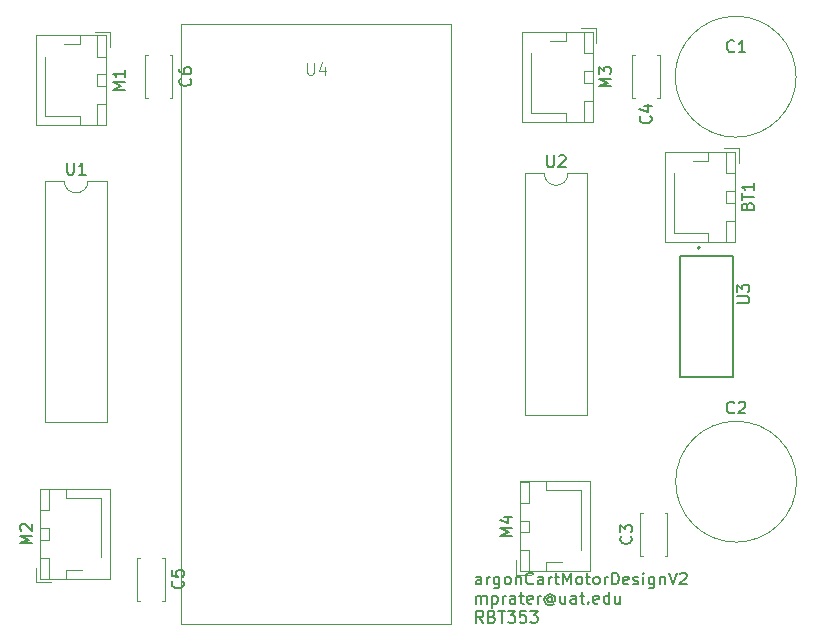
<source format=gbr>
%TF.GenerationSoftware,KiCad,Pcbnew,7.0.2*%
%TF.CreationDate,2024-06-06T15:53:54-07:00*%
%TF.ProjectId,argonCartMotorDesignV2,6172676f-6e43-4617-9274-4d6f746f7244,rev?*%
%TF.SameCoordinates,Original*%
%TF.FileFunction,Legend,Top*%
%TF.FilePolarity,Positive*%
%FSLAX46Y46*%
G04 Gerber Fmt 4.6, Leading zero omitted, Abs format (unit mm)*
G04 Created by KiCad (PCBNEW 7.0.2) date 2024-06-06 15:53:54*
%MOMM*%
%LPD*%
G01*
G04 APERTURE LIST*
%ADD10C,0.150000*%
%ADD11C,0.100000*%
%ADD12C,0.120000*%
%ADD13C,0.127000*%
%ADD14C,0.200000*%
G04 APERTURE END LIST*
D10*
X121316666Y-104587619D02*
X121316666Y-104063809D01*
X121316666Y-104063809D02*
X121269047Y-103968571D01*
X121269047Y-103968571D02*
X121173809Y-103920952D01*
X121173809Y-103920952D02*
X120983333Y-103920952D01*
X120983333Y-103920952D02*
X120888095Y-103968571D01*
X121316666Y-104540000D02*
X121221428Y-104587619D01*
X121221428Y-104587619D02*
X120983333Y-104587619D01*
X120983333Y-104587619D02*
X120888095Y-104540000D01*
X120888095Y-104540000D02*
X120840476Y-104444761D01*
X120840476Y-104444761D02*
X120840476Y-104349523D01*
X120840476Y-104349523D02*
X120888095Y-104254285D01*
X120888095Y-104254285D02*
X120983333Y-104206666D01*
X120983333Y-104206666D02*
X121221428Y-104206666D01*
X121221428Y-104206666D02*
X121316666Y-104159047D01*
X121792857Y-104587619D02*
X121792857Y-103920952D01*
X121792857Y-104111428D02*
X121840476Y-104016190D01*
X121840476Y-104016190D02*
X121888095Y-103968571D01*
X121888095Y-103968571D02*
X121983333Y-103920952D01*
X121983333Y-103920952D02*
X122078571Y-103920952D01*
X122840476Y-103920952D02*
X122840476Y-104730476D01*
X122840476Y-104730476D02*
X122792857Y-104825714D01*
X122792857Y-104825714D02*
X122745238Y-104873333D01*
X122745238Y-104873333D02*
X122650000Y-104920952D01*
X122650000Y-104920952D02*
X122507143Y-104920952D01*
X122507143Y-104920952D02*
X122411905Y-104873333D01*
X122840476Y-104540000D02*
X122745238Y-104587619D01*
X122745238Y-104587619D02*
X122554762Y-104587619D01*
X122554762Y-104587619D02*
X122459524Y-104540000D01*
X122459524Y-104540000D02*
X122411905Y-104492380D01*
X122411905Y-104492380D02*
X122364286Y-104397142D01*
X122364286Y-104397142D02*
X122364286Y-104111428D01*
X122364286Y-104111428D02*
X122411905Y-104016190D01*
X122411905Y-104016190D02*
X122459524Y-103968571D01*
X122459524Y-103968571D02*
X122554762Y-103920952D01*
X122554762Y-103920952D02*
X122745238Y-103920952D01*
X122745238Y-103920952D02*
X122840476Y-103968571D01*
X123459524Y-104587619D02*
X123364286Y-104540000D01*
X123364286Y-104540000D02*
X123316667Y-104492380D01*
X123316667Y-104492380D02*
X123269048Y-104397142D01*
X123269048Y-104397142D02*
X123269048Y-104111428D01*
X123269048Y-104111428D02*
X123316667Y-104016190D01*
X123316667Y-104016190D02*
X123364286Y-103968571D01*
X123364286Y-103968571D02*
X123459524Y-103920952D01*
X123459524Y-103920952D02*
X123602381Y-103920952D01*
X123602381Y-103920952D02*
X123697619Y-103968571D01*
X123697619Y-103968571D02*
X123745238Y-104016190D01*
X123745238Y-104016190D02*
X123792857Y-104111428D01*
X123792857Y-104111428D02*
X123792857Y-104397142D01*
X123792857Y-104397142D02*
X123745238Y-104492380D01*
X123745238Y-104492380D02*
X123697619Y-104540000D01*
X123697619Y-104540000D02*
X123602381Y-104587619D01*
X123602381Y-104587619D02*
X123459524Y-104587619D01*
X124221429Y-103920952D02*
X124221429Y-104587619D01*
X124221429Y-104016190D02*
X124269048Y-103968571D01*
X124269048Y-103968571D02*
X124364286Y-103920952D01*
X124364286Y-103920952D02*
X124507143Y-103920952D01*
X124507143Y-103920952D02*
X124602381Y-103968571D01*
X124602381Y-103968571D02*
X124650000Y-104063809D01*
X124650000Y-104063809D02*
X124650000Y-104587619D01*
X125697619Y-104492380D02*
X125650000Y-104540000D01*
X125650000Y-104540000D02*
X125507143Y-104587619D01*
X125507143Y-104587619D02*
X125411905Y-104587619D01*
X125411905Y-104587619D02*
X125269048Y-104540000D01*
X125269048Y-104540000D02*
X125173810Y-104444761D01*
X125173810Y-104444761D02*
X125126191Y-104349523D01*
X125126191Y-104349523D02*
X125078572Y-104159047D01*
X125078572Y-104159047D02*
X125078572Y-104016190D01*
X125078572Y-104016190D02*
X125126191Y-103825714D01*
X125126191Y-103825714D02*
X125173810Y-103730476D01*
X125173810Y-103730476D02*
X125269048Y-103635238D01*
X125269048Y-103635238D02*
X125411905Y-103587619D01*
X125411905Y-103587619D02*
X125507143Y-103587619D01*
X125507143Y-103587619D02*
X125650000Y-103635238D01*
X125650000Y-103635238D02*
X125697619Y-103682857D01*
X126554762Y-104587619D02*
X126554762Y-104063809D01*
X126554762Y-104063809D02*
X126507143Y-103968571D01*
X126507143Y-103968571D02*
X126411905Y-103920952D01*
X126411905Y-103920952D02*
X126221429Y-103920952D01*
X126221429Y-103920952D02*
X126126191Y-103968571D01*
X126554762Y-104540000D02*
X126459524Y-104587619D01*
X126459524Y-104587619D02*
X126221429Y-104587619D01*
X126221429Y-104587619D02*
X126126191Y-104540000D01*
X126126191Y-104540000D02*
X126078572Y-104444761D01*
X126078572Y-104444761D02*
X126078572Y-104349523D01*
X126078572Y-104349523D02*
X126126191Y-104254285D01*
X126126191Y-104254285D02*
X126221429Y-104206666D01*
X126221429Y-104206666D02*
X126459524Y-104206666D01*
X126459524Y-104206666D02*
X126554762Y-104159047D01*
X127030953Y-104587619D02*
X127030953Y-103920952D01*
X127030953Y-104111428D02*
X127078572Y-104016190D01*
X127078572Y-104016190D02*
X127126191Y-103968571D01*
X127126191Y-103968571D02*
X127221429Y-103920952D01*
X127221429Y-103920952D02*
X127316667Y-103920952D01*
X127507144Y-103920952D02*
X127888096Y-103920952D01*
X127650001Y-103587619D02*
X127650001Y-104444761D01*
X127650001Y-104444761D02*
X127697620Y-104540000D01*
X127697620Y-104540000D02*
X127792858Y-104587619D01*
X127792858Y-104587619D02*
X127888096Y-104587619D01*
X128221430Y-104587619D02*
X128221430Y-103587619D01*
X128221430Y-103587619D02*
X128554763Y-104301904D01*
X128554763Y-104301904D02*
X128888096Y-103587619D01*
X128888096Y-103587619D02*
X128888096Y-104587619D01*
X129507144Y-104587619D02*
X129411906Y-104540000D01*
X129411906Y-104540000D02*
X129364287Y-104492380D01*
X129364287Y-104492380D02*
X129316668Y-104397142D01*
X129316668Y-104397142D02*
X129316668Y-104111428D01*
X129316668Y-104111428D02*
X129364287Y-104016190D01*
X129364287Y-104016190D02*
X129411906Y-103968571D01*
X129411906Y-103968571D02*
X129507144Y-103920952D01*
X129507144Y-103920952D02*
X129650001Y-103920952D01*
X129650001Y-103920952D02*
X129745239Y-103968571D01*
X129745239Y-103968571D02*
X129792858Y-104016190D01*
X129792858Y-104016190D02*
X129840477Y-104111428D01*
X129840477Y-104111428D02*
X129840477Y-104397142D01*
X129840477Y-104397142D02*
X129792858Y-104492380D01*
X129792858Y-104492380D02*
X129745239Y-104540000D01*
X129745239Y-104540000D02*
X129650001Y-104587619D01*
X129650001Y-104587619D02*
X129507144Y-104587619D01*
X130126192Y-103920952D02*
X130507144Y-103920952D01*
X130269049Y-103587619D02*
X130269049Y-104444761D01*
X130269049Y-104444761D02*
X130316668Y-104540000D01*
X130316668Y-104540000D02*
X130411906Y-104587619D01*
X130411906Y-104587619D02*
X130507144Y-104587619D01*
X130983335Y-104587619D02*
X130888097Y-104540000D01*
X130888097Y-104540000D02*
X130840478Y-104492380D01*
X130840478Y-104492380D02*
X130792859Y-104397142D01*
X130792859Y-104397142D02*
X130792859Y-104111428D01*
X130792859Y-104111428D02*
X130840478Y-104016190D01*
X130840478Y-104016190D02*
X130888097Y-103968571D01*
X130888097Y-103968571D02*
X130983335Y-103920952D01*
X130983335Y-103920952D02*
X131126192Y-103920952D01*
X131126192Y-103920952D02*
X131221430Y-103968571D01*
X131221430Y-103968571D02*
X131269049Y-104016190D01*
X131269049Y-104016190D02*
X131316668Y-104111428D01*
X131316668Y-104111428D02*
X131316668Y-104397142D01*
X131316668Y-104397142D02*
X131269049Y-104492380D01*
X131269049Y-104492380D02*
X131221430Y-104540000D01*
X131221430Y-104540000D02*
X131126192Y-104587619D01*
X131126192Y-104587619D02*
X130983335Y-104587619D01*
X131745240Y-104587619D02*
X131745240Y-103920952D01*
X131745240Y-104111428D02*
X131792859Y-104016190D01*
X131792859Y-104016190D02*
X131840478Y-103968571D01*
X131840478Y-103968571D02*
X131935716Y-103920952D01*
X131935716Y-103920952D02*
X132030954Y-103920952D01*
X132364288Y-104587619D02*
X132364288Y-103587619D01*
X132364288Y-103587619D02*
X132602383Y-103587619D01*
X132602383Y-103587619D02*
X132745240Y-103635238D01*
X132745240Y-103635238D02*
X132840478Y-103730476D01*
X132840478Y-103730476D02*
X132888097Y-103825714D01*
X132888097Y-103825714D02*
X132935716Y-104016190D01*
X132935716Y-104016190D02*
X132935716Y-104159047D01*
X132935716Y-104159047D02*
X132888097Y-104349523D01*
X132888097Y-104349523D02*
X132840478Y-104444761D01*
X132840478Y-104444761D02*
X132745240Y-104540000D01*
X132745240Y-104540000D02*
X132602383Y-104587619D01*
X132602383Y-104587619D02*
X132364288Y-104587619D01*
X133745240Y-104540000D02*
X133650002Y-104587619D01*
X133650002Y-104587619D02*
X133459526Y-104587619D01*
X133459526Y-104587619D02*
X133364288Y-104540000D01*
X133364288Y-104540000D02*
X133316669Y-104444761D01*
X133316669Y-104444761D02*
X133316669Y-104063809D01*
X133316669Y-104063809D02*
X133364288Y-103968571D01*
X133364288Y-103968571D02*
X133459526Y-103920952D01*
X133459526Y-103920952D02*
X133650002Y-103920952D01*
X133650002Y-103920952D02*
X133745240Y-103968571D01*
X133745240Y-103968571D02*
X133792859Y-104063809D01*
X133792859Y-104063809D02*
X133792859Y-104159047D01*
X133792859Y-104159047D02*
X133316669Y-104254285D01*
X134173812Y-104540000D02*
X134269050Y-104587619D01*
X134269050Y-104587619D02*
X134459526Y-104587619D01*
X134459526Y-104587619D02*
X134554764Y-104540000D01*
X134554764Y-104540000D02*
X134602383Y-104444761D01*
X134602383Y-104444761D02*
X134602383Y-104397142D01*
X134602383Y-104397142D02*
X134554764Y-104301904D01*
X134554764Y-104301904D02*
X134459526Y-104254285D01*
X134459526Y-104254285D02*
X134316669Y-104254285D01*
X134316669Y-104254285D02*
X134221431Y-104206666D01*
X134221431Y-104206666D02*
X134173812Y-104111428D01*
X134173812Y-104111428D02*
X134173812Y-104063809D01*
X134173812Y-104063809D02*
X134221431Y-103968571D01*
X134221431Y-103968571D02*
X134316669Y-103920952D01*
X134316669Y-103920952D02*
X134459526Y-103920952D01*
X134459526Y-103920952D02*
X134554764Y-103968571D01*
X135030955Y-104587619D02*
X135030955Y-103920952D01*
X135030955Y-103587619D02*
X134983336Y-103635238D01*
X134983336Y-103635238D02*
X135030955Y-103682857D01*
X135030955Y-103682857D02*
X135078574Y-103635238D01*
X135078574Y-103635238D02*
X135030955Y-103587619D01*
X135030955Y-103587619D02*
X135030955Y-103682857D01*
X135935716Y-103920952D02*
X135935716Y-104730476D01*
X135935716Y-104730476D02*
X135888097Y-104825714D01*
X135888097Y-104825714D02*
X135840478Y-104873333D01*
X135840478Y-104873333D02*
X135745240Y-104920952D01*
X135745240Y-104920952D02*
X135602383Y-104920952D01*
X135602383Y-104920952D02*
X135507145Y-104873333D01*
X135935716Y-104540000D02*
X135840478Y-104587619D01*
X135840478Y-104587619D02*
X135650002Y-104587619D01*
X135650002Y-104587619D02*
X135554764Y-104540000D01*
X135554764Y-104540000D02*
X135507145Y-104492380D01*
X135507145Y-104492380D02*
X135459526Y-104397142D01*
X135459526Y-104397142D02*
X135459526Y-104111428D01*
X135459526Y-104111428D02*
X135507145Y-104016190D01*
X135507145Y-104016190D02*
X135554764Y-103968571D01*
X135554764Y-103968571D02*
X135650002Y-103920952D01*
X135650002Y-103920952D02*
X135840478Y-103920952D01*
X135840478Y-103920952D02*
X135935716Y-103968571D01*
X136411907Y-103920952D02*
X136411907Y-104587619D01*
X136411907Y-104016190D02*
X136459526Y-103968571D01*
X136459526Y-103968571D02*
X136554764Y-103920952D01*
X136554764Y-103920952D02*
X136697621Y-103920952D01*
X136697621Y-103920952D02*
X136792859Y-103968571D01*
X136792859Y-103968571D02*
X136840478Y-104063809D01*
X136840478Y-104063809D02*
X136840478Y-104587619D01*
X137173812Y-103587619D02*
X137507145Y-104587619D01*
X137507145Y-104587619D02*
X137840478Y-103587619D01*
X138126193Y-103682857D02*
X138173812Y-103635238D01*
X138173812Y-103635238D02*
X138269050Y-103587619D01*
X138269050Y-103587619D02*
X138507145Y-103587619D01*
X138507145Y-103587619D02*
X138602383Y-103635238D01*
X138602383Y-103635238D02*
X138650002Y-103682857D01*
X138650002Y-103682857D02*
X138697621Y-103778095D01*
X138697621Y-103778095D02*
X138697621Y-103873333D01*
X138697621Y-103873333D02*
X138650002Y-104016190D01*
X138650002Y-104016190D02*
X138078574Y-104587619D01*
X138078574Y-104587619D02*
X138697621Y-104587619D01*
X120888095Y-106207619D02*
X120888095Y-105540952D01*
X120888095Y-105636190D02*
X120935714Y-105588571D01*
X120935714Y-105588571D02*
X121030952Y-105540952D01*
X121030952Y-105540952D02*
X121173809Y-105540952D01*
X121173809Y-105540952D02*
X121269047Y-105588571D01*
X121269047Y-105588571D02*
X121316666Y-105683809D01*
X121316666Y-105683809D02*
X121316666Y-106207619D01*
X121316666Y-105683809D02*
X121364285Y-105588571D01*
X121364285Y-105588571D02*
X121459523Y-105540952D01*
X121459523Y-105540952D02*
X121602380Y-105540952D01*
X121602380Y-105540952D02*
X121697619Y-105588571D01*
X121697619Y-105588571D02*
X121745238Y-105683809D01*
X121745238Y-105683809D02*
X121745238Y-106207619D01*
X122221428Y-105540952D02*
X122221428Y-106540952D01*
X122221428Y-105588571D02*
X122316666Y-105540952D01*
X122316666Y-105540952D02*
X122507142Y-105540952D01*
X122507142Y-105540952D02*
X122602380Y-105588571D01*
X122602380Y-105588571D02*
X122649999Y-105636190D01*
X122649999Y-105636190D02*
X122697618Y-105731428D01*
X122697618Y-105731428D02*
X122697618Y-106017142D01*
X122697618Y-106017142D02*
X122649999Y-106112380D01*
X122649999Y-106112380D02*
X122602380Y-106160000D01*
X122602380Y-106160000D02*
X122507142Y-106207619D01*
X122507142Y-106207619D02*
X122316666Y-106207619D01*
X122316666Y-106207619D02*
X122221428Y-106160000D01*
X123126190Y-106207619D02*
X123126190Y-105540952D01*
X123126190Y-105731428D02*
X123173809Y-105636190D01*
X123173809Y-105636190D02*
X123221428Y-105588571D01*
X123221428Y-105588571D02*
X123316666Y-105540952D01*
X123316666Y-105540952D02*
X123411904Y-105540952D01*
X124173809Y-106207619D02*
X124173809Y-105683809D01*
X124173809Y-105683809D02*
X124126190Y-105588571D01*
X124126190Y-105588571D02*
X124030952Y-105540952D01*
X124030952Y-105540952D02*
X123840476Y-105540952D01*
X123840476Y-105540952D02*
X123745238Y-105588571D01*
X124173809Y-106160000D02*
X124078571Y-106207619D01*
X124078571Y-106207619D02*
X123840476Y-106207619D01*
X123840476Y-106207619D02*
X123745238Y-106160000D01*
X123745238Y-106160000D02*
X123697619Y-106064761D01*
X123697619Y-106064761D02*
X123697619Y-105969523D01*
X123697619Y-105969523D02*
X123745238Y-105874285D01*
X123745238Y-105874285D02*
X123840476Y-105826666D01*
X123840476Y-105826666D02*
X124078571Y-105826666D01*
X124078571Y-105826666D02*
X124173809Y-105779047D01*
X124507143Y-105540952D02*
X124888095Y-105540952D01*
X124650000Y-105207619D02*
X124650000Y-106064761D01*
X124650000Y-106064761D02*
X124697619Y-106160000D01*
X124697619Y-106160000D02*
X124792857Y-106207619D01*
X124792857Y-106207619D02*
X124888095Y-106207619D01*
X125602381Y-106160000D02*
X125507143Y-106207619D01*
X125507143Y-106207619D02*
X125316667Y-106207619D01*
X125316667Y-106207619D02*
X125221429Y-106160000D01*
X125221429Y-106160000D02*
X125173810Y-106064761D01*
X125173810Y-106064761D02*
X125173810Y-105683809D01*
X125173810Y-105683809D02*
X125221429Y-105588571D01*
X125221429Y-105588571D02*
X125316667Y-105540952D01*
X125316667Y-105540952D02*
X125507143Y-105540952D01*
X125507143Y-105540952D02*
X125602381Y-105588571D01*
X125602381Y-105588571D02*
X125650000Y-105683809D01*
X125650000Y-105683809D02*
X125650000Y-105779047D01*
X125650000Y-105779047D02*
X125173810Y-105874285D01*
X126078572Y-106207619D02*
X126078572Y-105540952D01*
X126078572Y-105731428D02*
X126126191Y-105636190D01*
X126126191Y-105636190D02*
X126173810Y-105588571D01*
X126173810Y-105588571D02*
X126269048Y-105540952D01*
X126269048Y-105540952D02*
X126364286Y-105540952D01*
X127316667Y-105731428D02*
X127269048Y-105683809D01*
X127269048Y-105683809D02*
X127173810Y-105636190D01*
X127173810Y-105636190D02*
X127078572Y-105636190D01*
X127078572Y-105636190D02*
X126983334Y-105683809D01*
X126983334Y-105683809D02*
X126935715Y-105731428D01*
X126935715Y-105731428D02*
X126888096Y-105826666D01*
X126888096Y-105826666D02*
X126888096Y-105921904D01*
X126888096Y-105921904D02*
X126935715Y-106017142D01*
X126935715Y-106017142D02*
X126983334Y-106064761D01*
X126983334Y-106064761D02*
X127078572Y-106112380D01*
X127078572Y-106112380D02*
X127173810Y-106112380D01*
X127173810Y-106112380D02*
X127269048Y-106064761D01*
X127269048Y-106064761D02*
X127316667Y-106017142D01*
X127316667Y-105636190D02*
X127316667Y-106017142D01*
X127316667Y-106017142D02*
X127364286Y-106064761D01*
X127364286Y-106064761D02*
X127411905Y-106064761D01*
X127411905Y-106064761D02*
X127507144Y-106017142D01*
X127507144Y-106017142D02*
X127554763Y-105921904D01*
X127554763Y-105921904D02*
X127554763Y-105683809D01*
X127554763Y-105683809D02*
X127459525Y-105540952D01*
X127459525Y-105540952D02*
X127316667Y-105445714D01*
X127316667Y-105445714D02*
X127126191Y-105398095D01*
X127126191Y-105398095D02*
X126935715Y-105445714D01*
X126935715Y-105445714D02*
X126792858Y-105540952D01*
X126792858Y-105540952D02*
X126697620Y-105683809D01*
X126697620Y-105683809D02*
X126650001Y-105874285D01*
X126650001Y-105874285D02*
X126697620Y-106064761D01*
X126697620Y-106064761D02*
X126792858Y-106207619D01*
X126792858Y-106207619D02*
X126935715Y-106302857D01*
X126935715Y-106302857D02*
X127126191Y-106350476D01*
X127126191Y-106350476D02*
X127316667Y-106302857D01*
X127316667Y-106302857D02*
X127459525Y-106207619D01*
X128411905Y-105540952D02*
X128411905Y-106207619D01*
X127983334Y-105540952D02*
X127983334Y-106064761D01*
X127983334Y-106064761D02*
X128030953Y-106160000D01*
X128030953Y-106160000D02*
X128126191Y-106207619D01*
X128126191Y-106207619D02*
X128269048Y-106207619D01*
X128269048Y-106207619D02*
X128364286Y-106160000D01*
X128364286Y-106160000D02*
X128411905Y-106112380D01*
X129316667Y-106207619D02*
X129316667Y-105683809D01*
X129316667Y-105683809D02*
X129269048Y-105588571D01*
X129269048Y-105588571D02*
X129173810Y-105540952D01*
X129173810Y-105540952D02*
X128983334Y-105540952D01*
X128983334Y-105540952D02*
X128888096Y-105588571D01*
X129316667Y-106160000D02*
X129221429Y-106207619D01*
X129221429Y-106207619D02*
X128983334Y-106207619D01*
X128983334Y-106207619D02*
X128888096Y-106160000D01*
X128888096Y-106160000D02*
X128840477Y-106064761D01*
X128840477Y-106064761D02*
X128840477Y-105969523D01*
X128840477Y-105969523D02*
X128888096Y-105874285D01*
X128888096Y-105874285D02*
X128983334Y-105826666D01*
X128983334Y-105826666D02*
X129221429Y-105826666D01*
X129221429Y-105826666D02*
X129316667Y-105779047D01*
X129650001Y-105540952D02*
X130030953Y-105540952D01*
X129792858Y-105207619D02*
X129792858Y-106064761D01*
X129792858Y-106064761D02*
X129840477Y-106160000D01*
X129840477Y-106160000D02*
X129935715Y-106207619D01*
X129935715Y-106207619D02*
X130030953Y-106207619D01*
X130364287Y-106112380D02*
X130411906Y-106160000D01*
X130411906Y-106160000D02*
X130364287Y-106207619D01*
X130364287Y-106207619D02*
X130316668Y-106160000D01*
X130316668Y-106160000D02*
X130364287Y-106112380D01*
X130364287Y-106112380D02*
X130364287Y-106207619D01*
X131221429Y-106160000D02*
X131126191Y-106207619D01*
X131126191Y-106207619D02*
X130935715Y-106207619D01*
X130935715Y-106207619D02*
X130840477Y-106160000D01*
X130840477Y-106160000D02*
X130792858Y-106064761D01*
X130792858Y-106064761D02*
X130792858Y-105683809D01*
X130792858Y-105683809D02*
X130840477Y-105588571D01*
X130840477Y-105588571D02*
X130935715Y-105540952D01*
X130935715Y-105540952D02*
X131126191Y-105540952D01*
X131126191Y-105540952D02*
X131221429Y-105588571D01*
X131221429Y-105588571D02*
X131269048Y-105683809D01*
X131269048Y-105683809D02*
X131269048Y-105779047D01*
X131269048Y-105779047D02*
X130792858Y-105874285D01*
X132126191Y-106207619D02*
X132126191Y-105207619D01*
X132126191Y-106160000D02*
X132030953Y-106207619D01*
X132030953Y-106207619D02*
X131840477Y-106207619D01*
X131840477Y-106207619D02*
X131745239Y-106160000D01*
X131745239Y-106160000D02*
X131697620Y-106112380D01*
X131697620Y-106112380D02*
X131650001Y-106017142D01*
X131650001Y-106017142D02*
X131650001Y-105731428D01*
X131650001Y-105731428D02*
X131697620Y-105636190D01*
X131697620Y-105636190D02*
X131745239Y-105588571D01*
X131745239Y-105588571D02*
X131840477Y-105540952D01*
X131840477Y-105540952D02*
X132030953Y-105540952D01*
X132030953Y-105540952D02*
X132126191Y-105588571D01*
X133030953Y-105540952D02*
X133030953Y-106207619D01*
X132602382Y-105540952D02*
X132602382Y-106064761D01*
X132602382Y-106064761D02*
X132650001Y-106160000D01*
X132650001Y-106160000D02*
X132745239Y-106207619D01*
X132745239Y-106207619D02*
X132888096Y-106207619D01*
X132888096Y-106207619D02*
X132983334Y-106160000D01*
X132983334Y-106160000D02*
X133030953Y-106112380D01*
X121459523Y-107827619D02*
X121126190Y-107351428D01*
X120888095Y-107827619D02*
X120888095Y-106827619D01*
X120888095Y-106827619D02*
X121269047Y-106827619D01*
X121269047Y-106827619D02*
X121364285Y-106875238D01*
X121364285Y-106875238D02*
X121411904Y-106922857D01*
X121411904Y-106922857D02*
X121459523Y-107018095D01*
X121459523Y-107018095D02*
X121459523Y-107160952D01*
X121459523Y-107160952D02*
X121411904Y-107256190D01*
X121411904Y-107256190D02*
X121364285Y-107303809D01*
X121364285Y-107303809D02*
X121269047Y-107351428D01*
X121269047Y-107351428D02*
X120888095Y-107351428D01*
X122221428Y-107303809D02*
X122364285Y-107351428D01*
X122364285Y-107351428D02*
X122411904Y-107399047D01*
X122411904Y-107399047D02*
X122459523Y-107494285D01*
X122459523Y-107494285D02*
X122459523Y-107637142D01*
X122459523Y-107637142D02*
X122411904Y-107732380D01*
X122411904Y-107732380D02*
X122364285Y-107780000D01*
X122364285Y-107780000D02*
X122269047Y-107827619D01*
X122269047Y-107827619D02*
X121888095Y-107827619D01*
X121888095Y-107827619D02*
X121888095Y-106827619D01*
X121888095Y-106827619D02*
X122221428Y-106827619D01*
X122221428Y-106827619D02*
X122316666Y-106875238D01*
X122316666Y-106875238D02*
X122364285Y-106922857D01*
X122364285Y-106922857D02*
X122411904Y-107018095D01*
X122411904Y-107018095D02*
X122411904Y-107113333D01*
X122411904Y-107113333D02*
X122364285Y-107208571D01*
X122364285Y-107208571D02*
X122316666Y-107256190D01*
X122316666Y-107256190D02*
X122221428Y-107303809D01*
X122221428Y-107303809D02*
X121888095Y-107303809D01*
X122745238Y-106827619D02*
X123316666Y-106827619D01*
X123030952Y-107827619D02*
X123030952Y-106827619D01*
X123554762Y-106827619D02*
X124173809Y-106827619D01*
X124173809Y-106827619D02*
X123840476Y-107208571D01*
X123840476Y-107208571D02*
X123983333Y-107208571D01*
X123983333Y-107208571D02*
X124078571Y-107256190D01*
X124078571Y-107256190D02*
X124126190Y-107303809D01*
X124126190Y-107303809D02*
X124173809Y-107399047D01*
X124173809Y-107399047D02*
X124173809Y-107637142D01*
X124173809Y-107637142D02*
X124126190Y-107732380D01*
X124126190Y-107732380D02*
X124078571Y-107780000D01*
X124078571Y-107780000D02*
X123983333Y-107827619D01*
X123983333Y-107827619D02*
X123697619Y-107827619D01*
X123697619Y-107827619D02*
X123602381Y-107780000D01*
X123602381Y-107780000D02*
X123554762Y-107732380D01*
X125078571Y-106827619D02*
X124602381Y-106827619D01*
X124602381Y-106827619D02*
X124554762Y-107303809D01*
X124554762Y-107303809D02*
X124602381Y-107256190D01*
X124602381Y-107256190D02*
X124697619Y-107208571D01*
X124697619Y-107208571D02*
X124935714Y-107208571D01*
X124935714Y-107208571D02*
X125030952Y-107256190D01*
X125030952Y-107256190D02*
X125078571Y-107303809D01*
X125078571Y-107303809D02*
X125126190Y-107399047D01*
X125126190Y-107399047D02*
X125126190Y-107637142D01*
X125126190Y-107637142D02*
X125078571Y-107732380D01*
X125078571Y-107732380D02*
X125030952Y-107780000D01*
X125030952Y-107780000D02*
X124935714Y-107827619D01*
X124935714Y-107827619D02*
X124697619Y-107827619D01*
X124697619Y-107827619D02*
X124602381Y-107780000D01*
X124602381Y-107780000D02*
X124554762Y-107732380D01*
X125459524Y-106827619D02*
X126078571Y-106827619D01*
X126078571Y-106827619D02*
X125745238Y-107208571D01*
X125745238Y-107208571D02*
X125888095Y-107208571D01*
X125888095Y-107208571D02*
X125983333Y-107256190D01*
X125983333Y-107256190D02*
X126030952Y-107303809D01*
X126030952Y-107303809D02*
X126078571Y-107399047D01*
X126078571Y-107399047D02*
X126078571Y-107637142D01*
X126078571Y-107637142D02*
X126030952Y-107732380D01*
X126030952Y-107732380D02*
X125983333Y-107780000D01*
X125983333Y-107780000D02*
X125888095Y-107827619D01*
X125888095Y-107827619D02*
X125602381Y-107827619D01*
X125602381Y-107827619D02*
X125507143Y-107780000D01*
X125507143Y-107780000D02*
X125459524Y-107732380D01*
%TO.C,C6*%
X96647380Y-61761666D02*
X96695000Y-61809285D01*
X96695000Y-61809285D02*
X96742619Y-61952142D01*
X96742619Y-61952142D02*
X96742619Y-62047380D01*
X96742619Y-62047380D02*
X96695000Y-62190237D01*
X96695000Y-62190237D02*
X96599761Y-62285475D01*
X96599761Y-62285475D02*
X96504523Y-62333094D01*
X96504523Y-62333094D02*
X96314047Y-62380713D01*
X96314047Y-62380713D02*
X96171190Y-62380713D01*
X96171190Y-62380713D02*
X95980714Y-62333094D01*
X95980714Y-62333094D02*
X95885476Y-62285475D01*
X95885476Y-62285475D02*
X95790238Y-62190237D01*
X95790238Y-62190237D02*
X95742619Y-62047380D01*
X95742619Y-62047380D02*
X95742619Y-61952142D01*
X95742619Y-61952142D02*
X95790238Y-61809285D01*
X95790238Y-61809285D02*
X95837857Y-61761666D01*
X95742619Y-60904523D02*
X95742619Y-61094999D01*
X95742619Y-61094999D02*
X95790238Y-61190237D01*
X95790238Y-61190237D02*
X95837857Y-61237856D01*
X95837857Y-61237856D02*
X95980714Y-61333094D01*
X95980714Y-61333094D02*
X96171190Y-61380713D01*
X96171190Y-61380713D02*
X96552142Y-61380713D01*
X96552142Y-61380713D02*
X96647380Y-61333094D01*
X96647380Y-61333094D02*
X96695000Y-61285475D01*
X96695000Y-61285475D02*
X96742619Y-61190237D01*
X96742619Y-61190237D02*
X96742619Y-60999761D01*
X96742619Y-60999761D02*
X96695000Y-60904523D01*
X96695000Y-60904523D02*
X96647380Y-60856904D01*
X96647380Y-60856904D02*
X96552142Y-60809285D01*
X96552142Y-60809285D02*
X96314047Y-60809285D01*
X96314047Y-60809285D02*
X96218809Y-60856904D01*
X96218809Y-60856904D02*
X96171190Y-60904523D01*
X96171190Y-60904523D02*
X96123571Y-60999761D01*
X96123571Y-60999761D02*
X96123571Y-61190237D01*
X96123571Y-61190237D02*
X96171190Y-61285475D01*
X96171190Y-61285475D02*
X96218809Y-61333094D01*
X96218809Y-61333094D02*
X96314047Y-61380713D01*
%TO.C,U1*%
X86233095Y-68887619D02*
X86233095Y-69697142D01*
X86233095Y-69697142D02*
X86280714Y-69792380D01*
X86280714Y-69792380D02*
X86328333Y-69840000D01*
X86328333Y-69840000D02*
X86423571Y-69887619D01*
X86423571Y-69887619D02*
X86614047Y-69887619D01*
X86614047Y-69887619D02*
X86709285Y-69840000D01*
X86709285Y-69840000D02*
X86756904Y-69792380D01*
X86756904Y-69792380D02*
X86804523Y-69697142D01*
X86804523Y-69697142D02*
X86804523Y-68887619D01*
X87804523Y-69887619D02*
X87233095Y-69887619D01*
X87518809Y-69887619D02*
X87518809Y-68887619D01*
X87518809Y-68887619D02*
X87423571Y-69030476D01*
X87423571Y-69030476D02*
X87328333Y-69125714D01*
X87328333Y-69125714D02*
X87233095Y-69173333D01*
%TO.C,M2*%
X83272619Y-101119523D02*
X82272619Y-101119523D01*
X82272619Y-101119523D02*
X82986904Y-100786190D01*
X82986904Y-100786190D02*
X82272619Y-100452857D01*
X82272619Y-100452857D02*
X83272619Y-100452857D01*
X82367857Y-100024285D02*
X82320238Y-99976666D01*
X82320238Y-99976666D02*
X82272619Y-99881428D01*
X82272619Y-99881428D02*
X82272619Y-99643333D01*
X82272619Y-99643333D02*
X82320238Y-99548095D01*
X82320238Y-99548095D02*
X82367857Y-99500476D01*
X82367857Y-99500476D02*
X82463095Y-99452857D01*
X82463095Y-99452857D02*
X82558333Y-99452857D01*
X82558333Y-99452857D02*
X82701190Y-99500476D01*
X82701190Y-99500476D02*
X83272619Y-100071904D01*
X83272619Y-100071904D02*
X83272619Y-99452857D01*
%TO.C,BT1*%
X143823809Y-72560714D02*
X143871428Y-72417857D01*
X143871428Y-72417857D02*
X143919047Y-72370238D01*
X143919047Y-72370238D02*
X144014285Y-72322619D01*
X144014285Y-72322619D02*
X144157142Y-72322619D01*
X144157142Y-72322619D02*
X144252380Y-72370238D01*
X144252380Y-72370238D02*
X144300000Y-72417857D01*
X144300000Y-72417857D02*
X144347619Y-72513095D01*
X144347619Y-72513095D02*
X144347619Y-72894047D01*
X144347619Y-72894047D02*
X143347619Y-72894047D01*
X143347619Y-72894047D02*
X143347619Y-72560714D01*
X143347619Y-72560714D02*
X143395238Y-72465476D01*
X143395238Y-72465476D02*
X143442857Y-72417857D01*
X143442857Y-72417857D02*
X143538095Y-72370238D01*
X143538095Y-72370238D02*
X143633333Y-72370238D01*
X143633333Y-72370238D02*
X143728571Y-72417857D01*
X143728571Y-72417857D02*
X143776190Y-72465476D01*
X143776190Y-72465476D02*
X143823809Y-72560714D01*
X143823809Y-72560714D02*
X143823809Y-72894047D01*
X143347619Y-72036904D02*
X143347619Y-71465476D01*
X144347619Y-71751190D02*
X143347619Y-71751190D01*
X144347619Y-70608333D02*
X144347619Y-71179761D01*
X144347619Y-70894047D02*
X143347619Y-70894047D01*
X143347619Y-70894047D02*
X143490476Y-70989285D01*
X143490476Y-70989285D02*
X143585714Y-71084523D01*
X143585714Y-71084523D02*
X143633333Y-71179761D01*
%TO.C,M1*%
X91102619Y-62714523D02*
X90102619Y-62714523D01*
X90102619Y-62714523D02*
X90816904Y-62381190D01*
X90816904Y-62381190D02*
X90102619Y-62047857D01*
X90102619Y-62047857D02*
X91102619Y-62047857D01*
X91102619Y-61047857D02*
X91102619Y-61619285D01*
X91102619Y-61333571D02*
X90102619Y-61333571D01*
X90102619Y-61333571D02*
X90245476Y-61428809D01*
X90245476Y-61428809D02*
X90340714Y-61524047D01*
X90340714Y-61524047D02*
X90388333Y-61619285D01*
D11*
%TO.C,U4*%
X106553095Y-60422619D02*
X106553095Y-61232142D01*
X106553095Y-61232142D02*
X106600714Y-61327380D01*
X106600714Y-61327380D02*
X106648333Y-61375000D01*
X106648333Y-61375000D02*
X106743571Y-61422619D01*
X106743571Y-61422619D02*
X106934047Y-61422619D01*
X106934047Y-61422619D02*
X107029285Y-61375000D01*
X107029285Y-61375000D02*
X107076904Y-61327380D01*
X107076904Y-61327380D02*
X107124523Y-61232142D01*
X107124523Y-61232142D02*
X107124523Y-60422619D01*
X108029285Y-60755952D02*
X108029285Y-61422619D01*
X107791190Y-60375000D02*
X107553095Y-61089285D01*
X107553095Y-61089285D02*
X108172142Y-61089285D01*
D10*
%TO.C,C2*%
X142708333Y-90002380D02*
X142660714Y-90050000D01*
X142660714Y-90050000D02*
X142517857Y-90097619D01*
X142517857Y-90097619D02*
X142422619Y-90097619D01*
X142422619Y-90097619D02*
X142279762Y-90050000D01*
X142279762Y-90050000D02*
X142184524Y-89954761D01*
X142184524Y-89954761D02*
X142136905Y-89859523D01*
X142136905Y-89859523D02*
X142089286Y-89669047D01*
X142089286Y-89669047D02*
X142089286Y-89526190D01*
X142089286Y-89526190D02*
X142136905Y-89335714D01*
X142136905Y-89335714D02*
X142184524Y-89240476D01*
X142184524Y-89240476D02*
X142279762Y-89145238D01*
X142279762Y-89145238D02*
X142422619Y-89097619D01*
X142422619Y-89097619D02*
X142517857Y-89097619D01*
X142517857Y-89097619D02*
X142660714Y-89145238D01*
X142660714Y-89145238D02*
X142708333Y-89192857D01*
X143089286Y-89192857D02*
X143136905Y-89145238D01*
X143136905Y-89145238D02*
X143232143Y-89097619D01*
X143232143Y-89097619D02*
X143470238Y-89097619D01*
X143470238Y-89097619D02*
X143565476Y-89145238D01*
X143565476Y-89145238D02*
X143613095Y-89192857D01*
X143613095Y-89192857D02*
X143660714Y-89288095D01*
X143660714Y-89288095D02*
X143660714Y-89383333D01*
X143660714Y-89383333D02*
X143613095Y-89526190D01*
X143613095Y-89526190D02*
X143041667Y-90097619D01*
X143041667Y-90097619D02*
X143660714Y-90097619D01*
%TO.C,M3*%
X132282619Y-62424523D02*
X131282619Y-62424523D01*
X131282619Y-62424523D02*
X131996904Y-62091190D01*
X131996904Y-62091190D02*
X131282619Y-61757857D01*
X131282619Y-61757857D02*
X132282619Y-61757857D01*
X131282619Y-61376904D02*
X131282619Y-60757857D01*
X131282619Y-60757857D02*
X131663571Y-61091190D01*
X131663571Y-61091190D02*
X131663571Y-60948333D01*
X131663571Y-60948333D02*
X131711190Y-60853095D01*
X131711190Y-60853095D02*
X131758809Y-60805476D01*
X131758809Y-60805476D02*
X131854047Y-60757857D01*
X131854047Y-60757857D02*
X132092142Y-60757857D01*
X132092142Y-60757857D02*
X132187380Y-60805476D01*
X132187380Y-60805476D02*
X132235000Y-60853095D01*
X132235000Y-60853095D02*
X132282619Y-60948333D01*
X132282619Y-60948333D02*
X132282619Y-61234047D01*
X132282619Y-61234047D02*
X132235000Y-61329285D01*
X132235000Y-61329285D02*
X132187380Y-61376904D01*
%TO.C,U2*%
X126873095Y-68252619D02*
X126873095Y-69062142D01*
X126873095Y-69062142D02*
X126920714Y-69157380D01*
X126920714Y-69157380D02*
X126968333Y-69205000D01*
X126968333Y-69205000D02*
X127063571Y-69252619D01*
X127063571Y-69252619D02*
X127254047Y-69252619D01*
X127254047Y-69252619D02*
X127349285Y-69205000D01*
X127349285Y-69205000D02*
X127396904Y-69157380D01*
X127396904Y-69157380D02*
X127444523Y-69062142D01*
X127444523Y-69062142D02*
X127444523Y-68252619D01*
X127873095Y-68347857D02*
X127920714Y-68300238D01*
X127920714Y-68300238D02*
X128015952Y-68252619D01*
X128015952Y-68252619D02*
X128254047Y-68252619D01*
X128254047Y-68252619D02*
X128349285Y-68300238D01*
X128349285Y-68300238D02*
X128396904Y-68347857D01*
X128396904Y-68347857D02*
X128444523Y-68443095D01*
X128444523Y-68443095D02*
X128444523Y-68538333D01*
X128444523Y-68538333D02*
X128396904Y-68681190D01*
X128396904Y-68681190D02*
X127825476Y-69252619D01*
X127825476Y-69252619D02*
X128444523Y-69252619D01*
%TO.C,C3*%
X133957380Y-100516666D02*
X134005000Y-100564285D01*
X134005000Y-100564285D02*
X134052619Y-100707142D01*
X134052619Y-100707142D02*
X134052619Y-100802380D01*
X134052619Y-100802380D02*
X134005000Y-100945237D01*
X134005000Y-100945237D02*
X133909761Y-101040475D01*
X133909761Y-101040475D02*
X133814523Y-101088094D01*
X133814523Y-101088094D02*
X133624047Y-101135713D01*
X133624047Y-101135713D02*
X133481190Y-101135713D01*
X133481190Y-101135713D02*
X133290714Y-101088094D01*
X133290714Y-101088094D02*
X133195476Y-101040475D01*
X133195476Y-101040475D02*
X133100238Y-100945237D01*
X133100238Y-100945237D02*
X133052619Y-100802380D01*
X133052619Y-100802380D02*
X133052619Y-100707142D01*
X133052619Y-100707142D02*
X133100238Y-100564285D01*
X133100238Y-100564285D02*
X133147857Y-100516666D01*
X133052619Y-100183332D02*
X133052619Y-99564285D01*
X133052619Y-99564285D02*
X133433571Y-99897618D01*
X133433571Y-99897618D02*
X133433571Y-99754761D01*
X133433571Y-99754761D02*
X133481190Y-99659523D01*
X133481190Y-99659523D02*
X133528809Y-99611904D01*
X133528809Y-99611904D02*
X133624047Y-99564285D01*
X133624047Y-99564285D02*
X133862142Y-99564285D01*
X133862142Y-99564285D02*
X133957380Y-99611904D01*
X133957380Y-99611904D02*
X134005000Y-99659523D01*
X134005000Y-99659523D02*
X134052619Y-99754761D01*
X134052619Y-99754761D02*
X134052619Y-100040475D01*
X134052619Y-100040475D02*
X134005000Y-100135713D01*
X134005000Y-100135713D02*
X133957380Y-100183332D01*
%TO.C,U3*%
X142972619Y-80771904D02*
X143782142Y-80771904D01*
X143782142Y-80771904D02*
X143877380Y-80724285D01*
X143877380Y-80724285D02*
X143925000Y-80676666D01*
X143925000Y-80676666D02*
X143972619Y-80581428D01*
X143972619Y-80581428D02*
X143972619Y-80390952D01*
X143972619Y-80390952D02*
X143925000Y-80295714D01*
X143925000Y-80295714D02*
X143877380Y-80248095D01*
X143877380Y-80248095D02*
X143782142Y-80200476D01*
X143782142Y-80200476D02*
X142972619Y-80200476D01*
X142972619Y-79819523D02*
X142972619Y-79200476D01*
X142972619Y-79200476D02*
X143353571Y-79533809D01*
X143353571Y-79533809D02*
X143353571Y-79390952D01*
X143353571Y-79390952D02*
X143401190Y-79295714D01*
X143401190Y-79295714D02*
X143448809Y-79248095D01*
X143448809Y-79248095D02*
X143544047Y-79200476D01*
X143544047Y-79200476D02*
X143782142Y-79200476D01*
X143782142Y-79200476D02*
X143877380Y-79248095D01*
X143877380Y-79248095D02*
X143925000Y-79295714D01*
X143925000Y-79295714D02*
X143972619Y-79390952D01*
X143972619Y-79390952D02*
X143972619Y-79676666D01*
X143972619Y-79676666D02*
X143925000Y-79771904D01*
X143925000Y-79771904D02*
X143877380Y-79819523D01*
%TO.C,C4*%
X135622380Y-64936666D02*
X135670000Y-64984285D01*
X135670000Y-64984285D02*
X135717619Y-65127142D01*
X135717619Y-65127142D02*
X135717619Y-65222380D01*
X135717619Y-65222380D02*
X135670000Y-65365237D01*
X135670000Y-65365237D02*
X135574761Y-65460475D01*
X135574761Y-65460475D02*
X135479523Y-65508094D01*
X135479523Y-65508094D02*
X135289047Y-65555713D01*
X135289047Y-65555713D02*
X135146190Y-65555713D01*
X135146190Y-65555713D02*
X134955714Y-65508094D01*
X134955714Y-65508094D02*
X134860476Y-65460475D01*
X134860476Y-65460475D02*
X134765238Y-65365237D01*
X134765238Y-65365237D02*
X134717619Y-65222380D01*
X134717619Y-65222380D02*
X134717619Y-65127142D01*
X134717619Y-65127142D02*
X134765238Y-64984285D01*
X134765238Y-64984285D02*
X134812857Y-64936666D01*
X135050952Y-64079523D02*
X135717619Y-64079523D01*
X134670000Y-64317618D02*
X135384285Y-64555713D01*
X135384285Y-64555713D02*
X135384285Y-63936666D01*
%TO.C,C5*%
X96012380Y-104306666D02*
X96060000Y-104354285D01*
X96060000Y-104354285D02*
X96107619Y-104497142D01*
X96107619Y-104497142D02*
X96107619Y-104592380D01*
X96107619Y-104592380D02*
X96060000Y-104735237D01*
X96060000Y-104735237D02*
X95964761Y-104830475D01*
X95964761Y-104830475D02*
X95869523Y-104878094D01*
X95869523Y-104878094D02*
X95679047Y-104925713D01*
X95679047Y-104925713D02*
X95536190Y-104925713D01*
X95536190Y-104925713D02*
X95345714Y-104878094D01*
X95345714Y-104878094D02*
X95250476Y-104830475D01*
X95250476Y-104830475D02*
X95155238Y-104735237D01*
X95155238Y-104735237D02*
X95107619Y-104592380D01*
X95107619Y-104592380D02*
X95107619Y-104497142D01*
X95107619Y-104497142D02*
X95155238Y-104354285D01*
X95155238Y-104354285D02*
X95202857Y-104306666D01*
X95107619Y-103401904D02*
X95107619Y-103878094D01*
X95107619Y-103878094D02*
X95583809Y-103925713D01*
X95583809Y-103925713D02*
X95536190Y-103878094D01*
X95536190Y-103878094D02*
X95488571Y-103782856D01*
X95488571Y-103782856D02*
X95488571Y-103544761D01*
X95488571Y-103544761D02*
X95536190Y-103449523D01*
X95536190Y-103449523D02*
X95583809Y-103401904D01*
X95583809Y-103401904D02*
X95679047Y-103354285D01*
X95679047Y-103354285D02*
X95917142Y-103354285D01*
X95917142Y-103354285D02*
X96012380Y-103401904D01*
X96012380Y-103401904D02*
X96060000Y-103449523D01*
X96060000Y-103449523D02*
X96107619Y-103544761D01*
X96107619Y-103544761D02*
X96107619Y-103782856D01*
X96107619Y-103782856D02*
X96060000Y-103878094D01*
X96060000Y-103878094D02*
X96012380Y-103925713D01*
%TO.C,C1*%
X142708333Y-59422380D02*
X142660714Y-59470000D01*
X142660714Y-59470000D02*
X142517857Y-59517619D01*
X142517857Y-59517619D02*
X142422619Y-59517619D01*
X142422619Y-59517619D02*
X142279762Y-59470000D01*
X142279762Y-59470000D02*
X142184524Y-59374761D01*
X142184524Y-59374761D02*
X142136905Y-59279523D01*
X142136905Y-59279523D02*
X142089286Y-59089047D01*
X142089286Y-59089047D02*
X142089286Y-58946190D01*
X142089286Y-58946190D02*
X142136905Y-58755714D01*
X142136905Y-58755714D02*
X142184524Y-58660476D01*
X142184524Y-58660476D02*
X142279762Y-58565238D01*
X142279762Y-58565238D02*
X142422619Y-58517619D01*
X142422619Y-58517619D02*
X142517857Y-58517619D01*
X142517857Y-58517619D02*
X142660714Y-58565238D01*
X142660714Y-58565238D02*
X142708333Y-58612857D01*
X143660714Y-59517619D02*
X143089286Y-59517619D01*
X143375000Y-59517619D02*
X143375000Y-58517619D01*
X143375000Y-58517619D02*
X143279762Y-58660476D01*
X143279762Y-58660476D02*
X143184524Y-58755714D01*
X143184524Y-58755714D02*
X143089286Y-58803333D01*
%TO.C,M4*%
X123912619Y-100484523D02*
X122912619Y-100484523D01*
X122912619Y-100484523D02*
X123626904Y-100151190D01*
X123626904Y-100151190D02*
X122912619Y-99817857D01*
X122912619Y-99817857D02*
X123912619Y-99817857D01*
X123245952Y-98913095D02*
X123912619Y-98913095D01*
X122865000Y-99151190D02*
X123579285Y-99389285D01*
X123579285Y-99389285D02*
X123579285Y-98770238D01*
D12*
%TO.C,C6*%
X95150000Y-59775000D02*
X94905000Y-59775000D01*
X95150000Y-59775000D02*
X95150000Y-63415000D01*
X93055000Y-59775000D02*
X92810000Y-59775000D01*
X92810000Y-59775000D02*
X92810000Y-63415000D01*
X95150000Y-63415000D02*
X94905000Y-63415000D01*
X93055000Y-63415000D02*
X92810000Y-63415000D01*
%TO.C,U1*%
X84345000Y-70425000D02*
X84345000Y-90865000D01*
X84345000Y-90865000D02*
X89645000Y-90865000D01*
X85995000Y-70425000D02*
X84345000Y-70425000D01*
X89645000Y-70425000D02*
X87995000Y-70425000D01*
X89645000Y-90865000D02*
X89645000Y-70425000D01*
X85995000Y-70425000D02*
G75*
G03*
X87995000Y-70425000I1000000J0D01*
G01*
%TO.C,M2*%
X83610000Y-104410000D02*
X84860000Y-104410000D01*
X83900000Y-104120000D02*
X89870000Y-104120000D01*
X89870000Y-104120000D02*
X89870000Y-96500000D01*
X83910000Y-104110000D02*
X84660000Y-104110000D01*
X84660000Y-104110000D02*
X84660000Y-102310000D01*
X86160000Y-104110000D02*
X86160000Y-103360000D01*
X86160000Y-103360000D02*
X87500000Y-103360000D01*
X83610000Y-103160000D02*
X83610000Y-104410000D01*
X83910000Y-102310000D02*
X83910000Y-104110000D01*
X84660000Y-102310000D02*
X83910000Y-102310000D01*
X83910000Y-100810000D02*
X84660000Y-100810000D01*
X84660000Y-100810000D02*
X84660000Y-99810000D01*
X89110000Y-100310000D02*
X89110000Y-102300000D01*
X83910000Y-99810000D02*
X83910000Y-100810000D01*
X84660000Y-99810000D02*
X83910000Y-99810000D01*
X83910000Y-98310000D02*
X84660000Y-98310000D01*
X84660000Y-98310000D02*
X84660000Y-96510000D01*
X86160000Y-97260000D02*
X89110000Y-97260000D01*
X89110000Y-97260000D02*
X89110000Y-100310000D01*
X83910000Y-96510000D02*
X83910000Y-98310000D01*
X84660000Y-96510000D02*
X83910000Y-96510000D01*
X86160000Y-96510000D02*
X86160000Y-97260000D01*
X83900000Y-96500000D02*
X83900000Y-104120000D01*
X89870000Y-96500000D02*
X83900000Y-96500000D01*
%TO.C,BT1*%
X143085000Y-67675000D02*
X141835000Y-67675000D01*
X142795000Y-67965000D02*
X136825000Y-67965000D01*
X136825000Y-67965000D02*
X136825000Y-75585000D01*
X142785000Y-67975000D02*
X142035000Y-67975000D01*
X142035000Y-67975000D02*
X142035000Y-69775000D01*
X140535000Y-67975000D02*
X140535000Y-68725000D01*
X140535000Y-68725000D02*
X139195000Y-68725000D01*
X143085000Y-68925000D02*
X143085000Y-67675000D01*
X142785000Y-69775000D02*
X142785000Y-67975000D01*
X142035000Y-69775000D02*
X142785000Y-69775000D01*
X142785000Y-71275000D02*
X142035000Y-71275000D01*
X142035000Y-71275000D02*
X142035000Y-72275000D01*
X137585000Y-71775000D02*
X137585000Y-69785000D01*
X142785000Y-72275000D02*
X142785000Y-71275000D01*
X142035000Y-72275000D02*
X142785000Y-72275000D01*
X142785000Y-73775000D02*
X142035000Y-73775000D01*
X142035000Y-73775000D02*
X142035000Y-75575000D01*
X140535000Y-74825000D02*
X137585000Y-74825000D01*
X137585000Y-74825000D02*
X137585000Y-71775000D01*
X142785000Y-75575000D02*
X142785000Y-73775000D01*
X142035000Y-75575000D02*
X142785000Y-75575000D01*
X140535000Y-75575000D02*
X140535000Y-74825000D01*
X142795000Y-75585000D02*
X142795000Y-67965000D01*
X136825000Y-75585000D02*
X142795000Y-75585000D01*
%TO.C,M1*%
X89840000Y-57805000D02*
X88590000Y-57805000D01*
X89550000Y-58095000D02*
X83580000Y-58095000D01*
X83580000Y-58095000D02*
X83580000Y-65715000D01*
X89540000Y-58105000D02*
X88790000Y-58105000D01*
X88790000Y-58105000D02*
X88790000Y-59905000D01*
X87290000Y-58105000D02*
X87290000Y-58855000D01*
X87290000Y-58855000D02*
X85950000Y-58855000D01*
X89840000Y-59055000D02*
X89840000Y-57805000D01*
X89540000Y-59905000D02*
X89540000Y-58105000D01*
X88790000Y-59905000D02*
X89540000Y-59905000D01*
X89540000Y-61405000D02*
X88790000Y-61405000D01*
X88790000Y-61405000D02*
X88790000Y-62405000D01*
X84340000Y-61905000D02*
X84340000Y-59915000D01*
X89540000Y-62405000D02*
X89540000Y-61405000D01*
X88790000Y-62405000D02*
X89540000Y-62405000D01*
X89540000Y-63905000D02*
X88790000Y-63905000D01*
X88790000Y-63905000D02*
X88790000Y-65705000D01*
X87290000Y-64955000D02*
X84340000Y-64955000D01*
X84340000Y-64955000D02*
X84340000Y-61905000D01*
X89540000Y-65705000D02*
X89540000Y-63905000D01*
X88790000Y-65705000D02*
X89540000Y-65705000D01*
X87290000Y-65705000D02*
X87290000Y-64955000D01*
X89550000Y-65715000D02*
X89550000Y-58095000D01*
X83580000Y-65715000D02*
X89550000Y-65715000D01*
D11*
%TO.C,U4*%
X95885000Y-57150000D02*
X95885000Y-107950000D01*
X95885000Y-107950000D02*
X118745000Y-107950000D01*
X118745000Y-57150000D02*
X95885000Y-57150000D01*
X118745000Y-107950000D02*
X118745000Y-57150000D01*
D12*
%TO.C,C2*%
X147995000Y-95885000D02*
G75*
G03*
X147995000Y-95885000I-5120000J0D01*
G01*
%TO.C,M3*%
X131020000Y-57515000D02*
X129770000Y-57515000D01*
X130730000Y-57805000D02*
X124760000Y-57805000D01*
X124760000Y-57805000D02*
X124760000Y-65425000D01*
X130720000Y-57815000D02*
X129970000Y-57815000D01*
X129970000Y-57815000D02*
X129970000Y-59615000D01*
X128470000Y-57815000D02*
X128470000Y-58565000D01*
X128470000Y-58565000D02*
X127130000Y-58565000D01*
X131020000Y-58765000D02*
X131020000Y-57515000D01*
X130720000Y-59615000D02*
X130720000Y-57815000D01*
X129970000Y-59615000D02*
X130720000Y-59615000D01*
X130720000Y-61115000D02*
X129970000Y-61115000D01*
X129970000Y-61115000D02*
X129970000Y-62115000D01*
X125520000Y-61615000D02*
X125520000Y-59625000D01*
X130720000Y-62115000D02*
X130720000Y-61115000D01*
X129970000Y-62115000D02*
X130720000Y-62115000D01*
X130720000Y-63615000D02*
X129970000Y-63615000D01*
X129970000Y-63615000D02*
X129970000Y-65415000D01*
X128470000Y-64665000D02*
X125520000Y-64665000D01*
X125520000Y-64665000D02*
X125520000Y-61615000D01*
X130720000Y-65415000D02*
X130720000Y-63615000D01*
X129970000Y-65415000D02*
X130720000Y-65415000D01*
X128470000Y-65415000D02*
X128470000Y-64665000D01*
X130730000Y-65425000D02*
X130730000Y-57805000D01*
X124760000Y-65425000D02*
X130730000Y-65425000D01*
%TO.C,U2*%
X124985000Y-69790000D02*
X124985000Y-90230000D01*
X124985000Y-90230000D02*
X130285000Y-90230000D01*
X126635000Y-69790000D02*
X124985000Y-69790000D01*
X130285000Y-69790000D02*
X128635000Y-69790000D01*
X130285000Y-90230000D02*
X130285000Y-69790000D01*
X126635000Y-69790000D02*
G75*
G03*
X128635000Y-69790000I1000000J0D01*
G01*
%TO.C,C3*%
X134720000Y-102170000D02*
X134965000Y-102170000D01*
X134720000Y-102170000D02*
X134720000Y-98530000D01*
X136815000Y-102170000D02*
X137060000Y-102170000D01*
X137060000Y-102170000D02*
X137060000Y-98530000D01*
X134720000Y-98530000D02*
X134965000Y-98530000D01*
X136815000Y-98530000D02*
X137060000Y-98530000D01*
D13*
%TO.C,U3*%
X142612500Y-76815000D02*
X142612500Y-87015000D01*
X138112500Y-76815000D02*
X142612500Y-76815000D01*
X142612500Y-87015000D02*
X138112500Y-87015000D01*
X138112500Y-87015000D02*
X138112500Y-76815000D01*
D14*
X139800000Y-76065000D02*
G75*
G03*
X139800000Y-76065000I-100000J0D01*
G01*
D12*
%TO.C,C4*%
X136425000Y-59775000D02*
X136180000Y-59775000D01*
X136425000Y-59775000D02*
X136425000Y-63415000D01*
X134330000Y-59775000D02*
X134085000Y-59775000D01*
X134085000Y-59775000D02*
X134085000Y-63415000D01*
X136425000Y-63415000D02*
X136180000Y-63415000D01*
X134330000Y-63415000D02*
X134085000Y-63415000D01*
%TO.C,C5*%
X94515000Y-102320000D02*
X94270000Y-102320000D01*
X94515000Y-102320000D02*
X94515000Y-105960000D01*
X92420000Y-102320000D02*
X92175000Y-102320000D01*
X92175000Y-102320000D02*
X92175000Y-105960000D01*
X94515000Y-105960000D02*
X94270000Y-105960000D01*
X92420000Y-105960000D02*
X92175000Y-105960000D01*
%TO.C,C1*%
X147955000Y-61595000D02*
G75*
G03*
X147955000Y-61595000I-5120000J0D01*
G01*
%TO.C,M4*%
X124250000Y-103775000D02*
X125500000Y-103775000D01*
X124540000Y-103485000D02*
X130510000Y-103485000D01*
X130510000Y-103485000D02*
X130510000Y-95865000D01*
X124550000Y-103475000D02*
X125300000Y-103475000D01*
X125300000Y-103475000D02*
X125300000Y-101675000D01*
X126800000Y-103475000D02*
X126800000Y-102725000D01*
X126800000Y-102725000D02*
X128140000Y-102725000D01*
X124250000Y-102525000D02*
X124250000Y-103775000D01*
X124550000Y-101675000D02*
X124550000Y-103475000D01*
X125300000Y-101675000D02*
X124550000Y-101675000D01*
X124550000Y-100175000D02*
X125300000Y-100175000D01*
X125300000Y-100175000D02*
X125300000Y-99175000D01*
X129750000Y-99675000D02*
X129750000Y-101665000D01*
X124550000Y-99175000D02*
X124550000Y-100175000D01*
X125300000Y-99175000D02*
X124550000Y-99175000D01*
X124550000Y-97675000D02*
X125300000Y-97675000D01*
X125300000Y-97675000D02*
X125300000Y-95875000D01*
X126800000Y-96625000D02*
X129750000Y-96625000D01*
X129750000Y-96625000D02*
X129750000Y-99675000D01*
X124550000Y-95875000D02*
X124550000Y-97675000D01*
X125300000Y-95875000D02*
X124550000Y-95875000D01*
X126800000Y-95875000D02*
X126800000Y-96625000D01*
X124540000Y-95865000D02*
X124540000Y-103485000D01*
X130510000Y-95865000D02*
X124540000Y-95865000D01*
%TD*%
M02*

</source>
